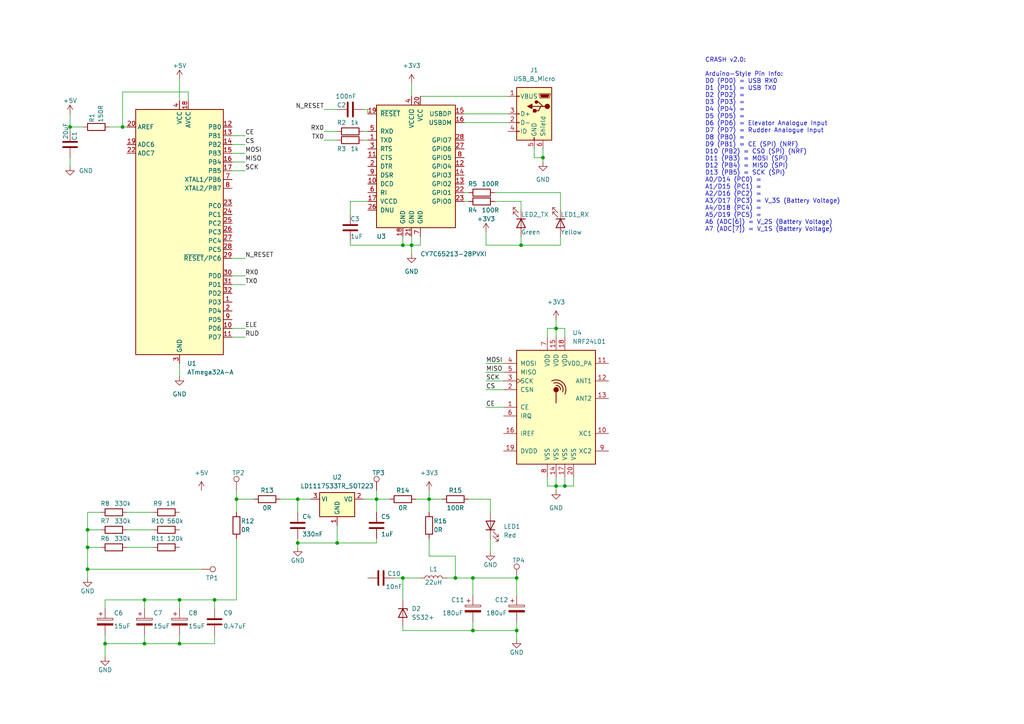
<source format=kicad_sch>
(kicad_sch (version 20230121) (generator eeschema)
  (paper "A4")
  (lib_symbols
    (symbol "Connector:TestPoint" (pin_numbers hide) (pin_names (offset 0.762) hide)
      (property "Reference" "TP" (at 0 6.858 0))
      (property "Value" "TestPoint" (at 0 5.08 0))
      (symbol "TestPoint_0_1"
        (circle (center 0 3.302) (radius 0.762))
      )
      (symbol "TestPoint_1_1"
        (pin passive line (at 0 0 90) (length 2.54) (name "1") (number "1"))
      )
    )
    (symbol "Connector:USB_B_Micro" (pin_names (offset 1.016))
      (property "Reference" "J" (at -5.08 11.43 0))
      (property "Value" "USB_B_Micro" (at -5.08 8.89 0))
      (symbol "USB_B_Micro_0_1"
        (rectangle (start -5.08 -7.62) (end 5.08 7.62) (stroke (width 0.254)) (fill (type background)))
        (circle (center -3.81 2.159) (radius 0.635) (stroke (width 0.254)) (fill (type outline)))
        (circle (center -0.635 3.429) (radius 0.381) (stroke (width 0.254)) (fill (type outline)))
        (rectangle (start -0.127 -7.62) (end 0.127 -6.858))
        (polyline (pts (xy -1.905 2.159) (xy 0.635 2.159)) (stroke (width 0.254)))
        (polyline (pts (xy -3.175 2.159) (xy -2.54 2.159) (xy -1.27 3.429) (xy -0.635 3.429)) (stroke (width 0.254)))
        (polyline (pts (xy -2.54 2.159) (xy -1.905 2.159) (xy -1.27 0.889) (xy 0 0.889)) (stroke (width 0.254)))
        (polyline (pts (xy 0.635 2.794) (xy 0.635 1.524) (xy 1.905 2.159) (xy 0.635 2.794)) (stroke (width 0.254)) (fill (type outline)))
        (polyline (pts (xy -4.318 5.588) (xy -1.778 5.588) (xy -2.032 4.826) (xy -4.064 4.826) (xy -4.318 5.588)) (fill (type outline)))
        (polyline (pts (xy -4.699 5.842) (xy -4.699 5.588) (xy -4.445 4.826) (xy -4.445 4.572) (xy -1.651 4.572) (xy -1.651 4.826) (xy -1.397 5.588) (xy -1.397 5.842) (xy -4.699 5.842)))
        (rectangle (start 0.254 1.27) (end -0.508 0.508) (stroke (width 0.254)) (fill (type outline)))
        (rectangle (start 5.08 -5.207) (end 4.318 -4.953))
        (rectangle (start 5.08 -2.667) (end 4.318 -2.413))
        (rectangle (start 5.08 -0.127) (end 4.318 0.127))
        (rectangle (start 5.08 4.953) (end 4.318 5.207))
      )
      (symbol "USB_B_Micro_1_1"
        (pin power_out line (at 7.62 5.08 180) (length 2.54) (name "VBUS") (number "1"))
        (pin bidirectional line (at 7.62 -2.54 180) (length 2.54) (name "D-") (number "2"))
        (pin bidirectional line (at 7.62 0 180) (length 2.54) (name "D+") (number "3"))
        (pin passive line (at 7.62 -5.08 180) (length 2.54) (name "ID") (number "4"))
        (pin power_out line (at 0 -10.16 90) (length 2.54) (name "GND") (number "5"))
        (pin passive line (at -2.54 -10.16 90) (length 2.54) (name "Shield") (number "6"))
      )
    )
    (symbol "Device:C" (pin_numbers hide) (pin_names (offset 0.254))
      (property "Reference" "C" (at 0.635 2.54 0))
      (property "Value" "C" (at 0.635 -2.54 0))
      (symbol "C_0_1"
        (polyline (pts (xy -2.032 -0.762) (xy 2.032 -0.762)) (stroke (width 0.508)))
        (polyline (pts (xy -2.032 0.762) (xy 2.032 0.762)) (stroke (width 0.508)))
      )
      (symbol "C_1_1"
        (pin passive line (at 0 3.81 270) (length 2.794) (name "~") (number "1"))
        (pin passive line (at 0 -3.81 90) (length 2.794) (name "~") (number "2"))
      )
    )
    (symbol "Device:C_Polarized" (pin_numbers hide) (pin_names (offset 0.254))
      (property "Reference" "C" (at 0.635 2.54 0))
      (property "Value" "C_Polarized" (at 0.635 -2.54 0))
      (symbol "C_Polarized_0_1"
        (rectangle (start -2.286 0.508) (end 2.286 1.016))
        (polyline (pts (xy -1.778 2.286) (xy -0.762 2.286)))
        (polyline (pts (xy -1.27 2.794) (xy -1.27 1.778)))
        (rectangle (start 2.286 -0.508) (end -2.286 -1.016) (fill (type outline)))
      )
      (symbol "C_Polarized_1_1"
        (pin passive line (at 0 3.81 270) (length 2.794) (name "~") (number "1"))
        (pin passive line (at 0 -3.81 90) (length 2.794) (name "~") (number "2"))
      )
    )
    (symbol "Device:D_Zener" (pin_numbers hide) (pin_names (offset 1.016) hide)
      (property "Reference" "D" (at 0 2.54 0))
      (property "Value" "D_Zener" (at 0 -2.54 0))
      (symbol "D_Zener_0_1"
        (polyline (pts (xy 1.27 0) (xy -1.27 0)))
        (polyline (pts (xy -1.27 -1.27) (xy -1.27 1.27) (xy -0.762 1.27)) (stroke (width 0.254)))
        (polyline (pts (xy 1.27 -1.27) (xy 1.27 1.27) (xy -1.27 0) (xy 1.27 -1.27)) (stroke (width 0.254)))
      )
      (symbol "D_Zener_1_1"
        (pin passive line (at -3.81 0 0) (length 2.54) (name "K") (number "1"))
        (pin passive line (at 3.81 0 180) (length 2.54) (name "A") (number "2"))
      )
    )
    (symbol "Device:L" (pin_numbers hide) (pin_names (offset 1.016) hide)
      (property "Reference" "L" (at -1.27 0 90))
      (property "Value" "L" (at 1.905 0 90))
      (symbol "L_0_1"
        (arc (start 0 -2.54) (mid 0.6323 -1.905) (end 0 -1.27))
        (arc (start 0 -1.27) (mid 0.6323 -0.635) (end 0 0))
        (arc (start 0 0) (mid 0.6323 0.635) (end 0 1.27))
        (arc (start 0 1.27) (mid 0.6323 1.905) (end 0 2.54))
      )
      (symbol "L_1_1"
        (pin passive line (at 0 3.81 270) (length 1.27) (name "1") (number "1"))
        (pin passive line (at 0 -3.81 90) (length 1.27) (name "2") (number "2"))
      )
    )
    (symbol "Device:LED" (pin_numbers hide) (pin_names (offset 1.016) hide)
      (property "Reference" "D" (at 0 2.54 0))
      (property "Value" "LED" (at 0 -2.54 0))
      (symbol "LED_0_1"
        (polyline (pts (xy -1.27 -1.27) (xy -1.27 1.27)) (stroke (width 0.254)))
        (polyline (pts (xy -1.27 0) (xy 1.27 0)))
        (polyline (pts (xy 1.27 -1.27) (xy 1.27 1.27) (xy -1.27 0) (xy 1.27 -1.27)) (stroke (width 0.254)))
        (polyline (pts (xy -3.048 -0.762) (xy -4.572 -2.286) (xy -3.81 -2.286) (xy -4.572 -2.286) (xy -4.572 -1.524)))
        (polyline (pts (xy -1.778 -0.762) (xy -3.302 -2.286) (xy -2.54 -2.286) (xy -3.302 -2.286) (xy -3.302 -1.524)))
      )
      (symbol "LED_1_1"
        (pin passive line (at -3.81 0 0) (length 2.54) (name "K") (number "1"))
        (pin passive line (at 3.81 0 180) (length 2.54) (name "A") (number "2"))
      )
    )
    (symbol "Device:R" (pin_numbers hide) (pin_names (offset 0))
      (property "Reference" "R" (at 2.032 0 90))
      (property "Value" "R" (at 0 0 90))
      (symbol "R_0_1"
        (rectangle (start -1.016 -2.54) (end 1.016 2.54) (stroke (width 0.254)))
      )
      (symbol "R_1_1"
        (pin passive line (at 0 3.81 270) (length 1.27) (name "~") (number "1"))
        (pin passive line (at 0 -3.81 90) (length 1.27) (name "~") (number "2"))
      )
    )
    (symbol "Interface_USB:CY7C65213-28PVXI" (pin_names (offset 1.016))
      (property "Reference" "U" (at -8.89 19.05 0))
      (property "Value" "CY7C65213-28PVXI" (at 3.556 19.05 0))
      (symbol "CY7C65213-28PVXI_0_1"
        (rectangle (start -10.16 17.78) (end 12.7 -17.78) (stroke (width 0.254)) (fill (type background)))
      )
      (symbol "CY7C65213-28PVXI_1_1"
        (pin output line (at -12.7 7.62 0) (length 2.54) (name "TXD") (number "1"))
        (pin input line (at -12.7 -5.08 0) (length 2.54) (name "DCD") (number "10"))
        (pin input line (at -12.7 2.54 0) (length 2.54) (name "CTS") (number "11"))
        (pin bidirectional line (at 15.24 0 180) (length 2.54) (name "GPIO4") (number "12"))
        (pin tri_state line (at 15.24 -5.08 180) (length 2.54) (name "GPIO2") (number "13"))
        (pin bidirectional line (at 15.24 -2.54 180) (length 2.54) (name "GPIO3") (number "14"))
        (pin bidirectional line (at 15.24 15.24 180) (length 2.54) (name "USBDP") (number "15"))
        (pin bidirectional line (at 15.24 12.7 180) (length 2.54) (name "USBDM") (number "16"))
        (pin passive line (at -12.7 -10.16 0) (length 2.54) (name "VCCD") (number "17"))
        (pin power_in line (at -2.54 -20.32 90) (length 2.54) (name "GND") (number "18"))
        (pin bidirectional line (at -12.7 15.24 0) (length 2.54) (name "~{RESET}") (number "19"))
        (pin output line (at -12.7 0 0) (length 2.54) (name "DTR") (number "2"))
        (pin power_in line (at 2.54 20.32 270) (length 2.54) (name "VCC") (number "20"))
        (pin power_in line (at 0 -20.32 90) (length 2.54) (name "GND") (number "21"))
        (pin bidirectional line (at 15.24 -7.62 180) (length 2.54) (name "GPIO1") (number "22"))
        (pin bidirectional line (at 15.24 -10.16 180) (length 2.54) (name "GPIO0") (number "23"))
        (pin no_connect line (at 12.7 -15.24 180) (length 2.54) hide (name "NC") (number "24"))
        (pin no_connect line (at 12.7 -12.7 180) (length 2.54) hide (name "NC") (number "25"))
        (pin passive line (at -12.7 -12.7 0) (length 2.54) (name "DNU") (number "26"))
        (pin tri_state line (at 15.24 5.08 180) (length 2.54) (name "GPIO6") (number "27"))
        (pin tri_state line (at 15.24 7.62 180) (length 2.54) (name "GPIO7") (number "28"))
        (pin output line (at -12.7 5.08 0) (length 2.54) (name "RTS") (number "3"))
        (pin power_in line (at 0 20.32 270) (length 2.54) (name "VCCIO") (number "4"))
        (pin input line (at -12.7 10.16 0) (length 2.54) (name "RXD") (number "5"))
        (pin input line (at -12.7 -7.62 0) (length 2.54) (name "RI") (number "6"))
        (pin power_in line (at 2.54 -20.32 90) (length 2.54) (name "GND") (number "7"))
        (pin tri_state line (at 15.24 2.54 180) (length 2.54) (name "GPIO5") (number "8"))
        (pin input line (at -12.7 -2.54 0) (length 2.54) (name "DSR") (number "9"))
      )
    )
    (symbol "MCU_Microchip_ATmega:ATmega328P-A"
      (property "Reference" "U" (at -12.7 36.83 0))
      (property "Value" "ATmega328P-A" (at 2.54 -36.83 0))
      (symbol "ATmega328P-A_0_1"
        (rectangle (start -12.7 -35.56) (end 12.7 35.56) (stroke (width 0.254)) (fill (type background)))
      )
      (symbol "ATmega328P-A_1_1"
        (pin bidirectional line (at 15.24 -20.32 180) (length 2.54) (name "PD3") (number "1"))
        (pin bidirectional line (at 15.24 -27.94 180) (length 2.54) (name "PD6") (number "10"))
        (pin bidirectional line (at 15.24 -30.48 180) (length 2.54) (name "PD7") (number "11"))
        (pin bidirectional line (at 15.24 30.48 180) (length 2.54) (name "PB0") (number "12"))
        (pin bidirectional line (at 15.24 27.94 180) (length 2.54) (name "PB1") (number "13"))
        (pin bidirectional line (at 15.24 25.4 180) (length 2.54) (name "PB2") (number "14"))
        (pin bidirectional line (at 15.24 22.86 180) (length 2.54) (name "PB3") (number "15"))
        (pin bidirectional line (at 15.24 20.32 180) (length 2.54) (name "PB4") (number "16"))
        (pin bidirectional line (at 15.24 17.78 180) (length 2.54) (name "PB5") (number "17"))
        (pin power_in line (at 2.54 38.1 270) (length 2.54) (name "AVCC") (number "18"))
        (pin input line (at -15.24 25.4 0) (length 2.54) (name "ADC6") (number "19"))
        (pin bidirectional line (at 15.24 -22.86 180) (length 2.54) (name "PD4") (number "2"))
        (pin passive line (at -15.24 30.48 0) (length 2.54) (name "AREF") (number "20"))
        (pin passive line (at 0 -38.1 90) (length 2.54) hide (name "GND") (number "21"))
        (pin input line (at -15.24 22.86 0) (length 2.54) (name "ADC7") (number "22"))
        (pin bidirectional line (at 15.24 7.62 180) (length 2.54) (name "PC0") (number "23"))
        (pin bidirectional line (at 15.24 5.08 180) (length 2.54) (name "PC1") (number "24"))
        (pin bidirectional line (at 15.24 2.54 180) (length 2.54) (name "PC2") (number "25"))
        (pin bidirectional line (at 15.24 0 180) (length 2.54) (name "PC3") (number "26"))
        (pin bidirectional line (at 15.24 -2.54 180) (length 2.54) (name "PC4") (number "27"))
        (pin bidirectional line (at 15.24 -5.08 180) (length 2.54) (name "PC5") (number "28"))
        (pin bidirectional line (at 15.24 -7.62 180) (length 2.54) (name "~{RESET}/PC6") (number "29"))
        (pin power_in line (at 0 -38.1 90) (length 2.54) (name "GND") (number "3"))
        (pin bidirectional line (at 15.24 -12.7 180) (length 2.54) (name "PD0") (number "30"))
        (pin bidirectional line (at 15.24 -15.24 180) (length 2.54) (name "PD1") (number "31"))
        (pin bidirectional line (at 15.24 -17.78 180) (length 2.54) (name "PD2") (number "32"))
        (pin power_in line (at 0 38.1 270) (length 2.54) (name "VCC") (number "4"))
        (pin passive line (at 0 -38.1 90) (length 2.54) hide (name "GND") (number "5"))
        (pin passive line (at 0 38.1 270) (length 2.54) hide (name "VCC") (number "6"))
        (pin bidirectional line (at 15.24 15.24 180) (length 2.54) (name "XTAL1/PB6") (number "7"))
        (pin bidirectional line (at 15.24 12.7 180) (length 2.54) (name "XTAL2/PB7") (number "8"))
        (pin bidirectional line (at 15.24 -25.4 180) (length 2.54) (name "PD5") (number "9"))
      )
    )
    (symbol "RF:NRF24L01" (pin_names (offset 1.016))
      (property "Reference" "U" (at -11.43 17.78 0))
      (property "Value" "NRF24L01" (at 5.08 17.78 0))
      (symbol "NRF24L01_0_1"
        (rectangle (start -11.43 16.51) (end 11.43 -16.51) (stroke (width 0.254)) (fill (type background)))
        (polyline (pts (xy 0 4.445) (xy 0 1.27)) (stroke (width 0.254)))
        (circle (center 0 5.08) (radius 0.635) (stroke (width 0.254)) (fill (type outline)))
        (arc (start 1.27 5.08) (mid 0.9071 5.9946) (end 0 6.35) (stroke (width 0.254)))
        (arc (start 1.905 4.445) (mid 1.4313 6.5254) (end -0.635 6.985) (stroke (width 0.254)))
        (arc (start 2.54 3.81) (mid 2.008 7.088) (end -1.27 7.62) (stroke (width 0.254)))
        (rectangle (start 11.43 -13.97) (end 11.43 -13.97))
      )
      (symbol "NRF24L01_1_1"
        (pin input line (at -15.24 0 0) (length 3.81) (name "CE") (number "1"))
        (pin passive line (at 15.24 -7.62 180) (length 3.81) (name "XC1") (number "10"))
        (pin power_out line (at 15.24 12.7 180) (length 3.81) (name "VDD_PA") (number "11"))
        (pin passive line (at 15.24 7.62 180) (length 3.81) (name "ANT1") (number "12"))
        (pin passive line (at 15.24 2.54 180) (length 3.81) (name "ANT2") (number "13"))
        (pin power_in line (at 0 -20.32 90) (length 3.81) (name "VSS") (number "14"))
        (pin power_in line (at 0 20.32 270) (length 3.81) (name "VDD") (number "15"))
        (pin passive line (at -15.24 -7.62 0) (length 3.81) (name "IREF") (number "16"))
        (pin power_in line (at 2.54 -20.32 90) (length 3.81) (name "VSS") (number "17"))
        (pin power_in line (at 2.54 20.32 270) (length 3.81) (name "VDD") (number "18"))
        (pin power_out line (at -15.24 -12.7 0) (length 3.81) (name "DVDD") (number "19"))
        (pin input line (at -15.24 5.08 0) (length 3.81) (name "CSN") (number "2"))
        (pin power_in line (at 5.08 -20.32 90) (length 3.81) (name "VSS") (number "20"))
        (pin input clock (at -15.24 7.62 0) (length 3.81) (name "SCK") (number "3"))
        (pin input line (at -15.24 12.7 0) (length 3.81) (name "MOSI") (number "4"))
        (pin output line (at -15.24 10.16 0) (length 3.81) (name "MISO") (number "5"))
        (pin output line (at -15.24 -2.54 0) (length 3.81) (name "IRQ") (number "6"))
        (pin power_in line (at -2.54 20.32 270) (length 3.81) (name "VDD") (number "7"))
        (pin power_in line (at -2.54 -20.32 90) (length 3.81) (name "VSS") (number "8"))
        (pin passive line (at 15.24 -12.7 180) (length 3.81) (name "XC2") (number "9"))
      )
    )
    (symbol "Regulator_Linear:LD1117S33TR_SOT223"
      (property "Reference" "U" (at -3.81 3.175 0))
      (property "Value" "LD1117S33TR_SOT223" (at 0 3.175 0))
      (symbol "LD1117S33TR_SOT223_0_1"
        (rectangle (start -5.08 -5.08) (end 5.08 1.905) (stroke (width 0.254)) (fill (type background)))
      )
      (symbol "LD1117S33TR_SOT223_1_1"
        (pin power_in line (at 0 -7.62 90) (length 2.54) (name "GND") (number "1"))
        (pin power_out line (at 7.62 0 180) (length 2.54) (name "VO") (number "2"))
        (pin power_in line (at -7.62 0 0) (length 2.54) (name "VI") (number "3"))
      )
    )
    (symbol "power:+3V3" (power) (pin_names (offset 0))
      (property "Value" "+3V3" (at 0 3.556 0))
      (symbol "+3V3_0_1"
        (polyline (pts (xy -0.762 1.27) (xy 0 2.54)))
        (polyline (pts (xy 0 0) (xy 0 2.54)))
        (polyline (pts (xy 0 2.54) (xy 0.762 1.27)))
      )
      (symbol "+3V3_1_1"
        (pin power_in line (at 0 0 90) (length 0) hide (name "+3V3") (number "1"))
      )
    )
    (symbol "power:+5V" (power) (pin_names (offset 0))
      (property "Value" "+5V" (at 0 3.556 0))
      (symbol "+5V_0_1"
        (polyline (pts (xy -0.762 1.27) (xy 0 2.54)))
        (polyline (pts (xy 0 0) (xy 0 2.54)))
        (polyline (pts (xy 0 2.54) (xy 0.762 1.27)))
      )
      (symbol "+5V_1_1"
        (pin power_in line (at 0 0 90) (length 0) hide (name "+5V") (number "1"))
      )
    )
    (symbol "power:GND" (power) (pin_names (offset 0))
      (property "Value" "GND" (at 0 -3.81 0))
      (symbol "GND_0_1"
        (polyline (pts (xy 0 0) (xy 0 -1.27) (xy 1.27 -1.27) (xy 0 -2.54) (xy -1.27 -1.27) (xy 0 -1.27)))
      )
      (symbol "GND_1_1"
        (pin power_in line (at 0 0 270) (length 0) hide (name "GND") (number "1"))
      )
    )
  )
  (junction (at 124.46 144.78))
  (junction (at 41.91 173.99))
  (junction (at 132.08 167.64))
  (junction (at 149.86 167.64))
  (junction (at 30.48 186.69))
  (junction (at 149.86 182.88))
  (junction (at 161.29 140.97))
  (junction (at 20.32 36.83))
  (junction (at 52.07 186.69))
  (junction (at 25.4 165.1))
  (junction (at 52.07 173.99))
  (junction (at 163.83 140.97))
  (junction (at 62.23 173.99))
  (junction (at 86.36 144.78))
  (junction (at 151.13 71.12))
  (junction (at 161.29 95.25))
  (junction (at 86.36 157.48))
  (junction (at 137.16 182.88))
  (junction (at 157.48 45.72))
  (junction (at 97.79 157.48))
  (junction (at 25.4 158.75))
  (junction (at 68.58 144.78))
  (junction (at 116.84 167.64))
  (junction (at 116.84 71.12))
  (junction (at 35.56 36.83))
  (junction (at 137.16 167.64))
  (junction (at 109.22 144.78))
  (junction (at 41.91 186.69))
  (junction (at 119.38 71.12))
  (junction (at 25.4 153.67))
  (wire (pts (xy 25.4 158.75) (xy 25.4 153.67)))
  (wire (pts (xy 25.4 148.59) (xy 29.21 148.59)))
  (wire (pts (xy 140.97 110.49) (xy 146.05 110.49)))
  (wire (pts (xy 20.32 33.02) (xy 20.32 36.83)))
  (wire (pts (xy 116.84 71.12) (xy 116.84 68.58)))
  (wire (pts (xy 119.38 68.58) (xy 119.38 71.12)))
  (wire (pts (xy 30.48 184.15) (xy 30.48 186.69)))
  (wire (pts (xy 25.4 165.1) (xy 58.42 165.1)))
  (wire (pts (xy 161.29 140.97) (xy 161.29 142.24)))
  (wire (pts (xy 140.97 107.95) (xy 146.05 107.95)))
  (wire (pts (xy 93.98 40.64) (xy 97.79 40.64)))
  (wire (pts (xy 105.41 144.78) (xy 109.22 144.78)))
  (wire (pts (xy 68.58 144.78) (xy 68.58 148.59)))
  (wire (pts (xy 41.91 173.99) (xy 52.07 173.99)))
  (wire (pts (xy 143.51 55.88) (xy 162.56 55.88)))
  (wire (pts (xy 52.07 173.99) (xy 62.23 173.99)))
  (wire (pts (xy 54.61 29.21) (xy 54.61 26.67)))
  (wire (pts (xy 67.31 95.25) (xy 71.12 95.25)))
  (wire (pts (xy 149.86 180.34) (xy 149.86 182.88)))
  (wire (pts (xy 124.46 161.29) (xy 124.46 156.21)))
  (wire (pts (xy 149.86 182.88) (xy 149.86 185.42)))
  (wire (pts (xy 97.79 157.48) (xy 109.22 157.48)))
  (wire (pts (xy 137.16 182.88) (xy 116.84 182.88)))
  (wire (pts (xy 134.62 33.02) (xy 147.32 33.02)))
  (wire (pts (xy 149.86 167.64) (xy 149.86 172.72)))
  (wire (pts (xy 67.31 41.91) (xy 71.12 41.91)))
  (wire (pts (xy 161.29 92.71) (xy 161.29 95.25)))
  (wire (pts (xy 163.83 97.79) (xy 163.83 95.25)))
  (wire (pts (xy 116.84 71.12) (xy 101.6 71.12)))
  (wire (pts (xy 67.31 74.93) (xy 71.12 74.93)))
  (wire (pts (xy 68.58 142.24) (xy 68.58 144.78)))
  (wire (pts (xy 109.22 144.78) (xy 109.22 148.59)))
  (wire (pts (xy 86.36 144.78) (xy 86.36 148.59)))
  (wire (pts (xy 119.38 71.12) (xy 121.92 71.12)))
  (wire (pts (xy 149.86 182.88) (xy 137.16 182.88)))
  (wire (pts (xy 134.62 55.88) (xy 135.89 55.88)))
  (wire (pts (xy 35.56 26.67) (xy 35.56 36.83)))
  (wire (pts (xy 137.16 167.64) (xy 149.86 167.64)))
  (wire (pts (xy 67.31 97.79) (xy 71.12 97.79)))
  (wire (pts (xy 41.91 173.99) (xy 41.91 176.53)))
  (wire (pts (xy 52.07 22.86) (xy 52.07 29.21)))
  (wire (pts (xy 101.6 71.12) (xy 101.6 69.85)))
  (wire (pts (xy 20.32 45.72) (xy 20.32 48.26)))
  (wire (pts (xy 132.08 167.64) (xy 137.16 167.64)))
  (wire (pts (xy 142.24 144.78) (xy 142.24 148.59)))
  (wire (pts (xy 158.75 97.79) (xy 158.75 95.25)))
  (wire (pts (xy 86.36 156.21) (xy 86.36 157.48)))
  (wire (pts (xy 62.23 186.69) (xy 62.23 184.15)))
  (wire (pts (xy 151.13 58.42) (xy 151.13 60.96)))
  (wire (pts (xy 97.79 157.48) (xy 97.79 152.4)))
  (wire (pts (xy 36.83 148.59) (xy 44.45 148.59)))
  (wire (pts (xy 129.54 167.64) (xy 132.08 167.64)))
  (wire (pts (xy 140.97 105.41) (xy 146.05 105.41)))
  (wire (pts (xy 116.84 182.88) (xy 116.84 181.61)))
  (wire (pts (xy 93.98 38.1) (xy 97.79 38.1)))
  (wire (pts (xy 30.48 186.69) (xy 41.91 186.69)))
  (wire (pts (xy 135.89 144.78) (xy 142.24 144.78)))
  (wire (pts (xy 41.91 186.69) (xy 52.07 186.69)))
  (wire (pts (xy 86.36 144.78) (xy 90.17 144.78)))
  (wire (pts (xy 52.07 173.99) (xy 52.07 176.53)))
  (wire (pts (xy 93.98 31.75) (xy 97.79 31.75)))
  (wire (pts (xy 119.38 24.13) (xy 119.38 27.94)))
  (wire (pts (xy 140.97 71.12) (xy 151.13 71.12)))
  (wire (pts (xy 25.4 167.64) (xy 25.4 165.1)))
  (wire (pts (xy 137.16 180.34) (xy 137.16 182.88)))
  (wire (pts (xy 106.68 58.42) (xy 101.6 58.42)))
  (wire (pts (xy 20.32 36.83) (xy 20.32 38.1)))
  (wire (pts (xy 157.48 43.18) (xy 157.48 45.72)))
  (wire (pts (xy 101.6 58.42) (xy 101.6 62.23)))
  (wire (pts (xy 162.56 55.88) (xy 162.56 60.96)))
  (wire (pts (xy 137.16 172.72) (xy 137.16 167.64)))
  (wire (pts (xy 62.23 173.99) (xy 68.58 173.99)))
  (wire (pts (xy 124.46 144.78) (xy 124.46 142.24)))
  (wire (pts (xy 52.07 186.69) (xy 62.23 186.69)))
  (wire (pts (xy 25.4 153.67) (xy 25.4 148.59)))
  (wire (pts (xy 109.22 144.78) (xy 113.03 144.78)))
  (wire (pts (xy 161.29 95.25) (xy 161.29 97.79)))
  (wire (pts (xy 132.08 161.29) (xy 132.08 167.64)))
  (wire (pts (xy 161.29 95.25) (xy 163.83 95.25)))
  (wire (pts (xy 120.65 144.78) (xy 124.46 144.78)))
  (wire (pts (xy 31.75 36.83) (xy 35.56 36.83)))
  (wire (pts (xy 158.75 95.25) (xy 161.29 95.25)))
  (wire (pts (xy 154.94 45.72) (xy 157.48 45.72)))
  (wire (pts (xy 109.22 157.48) (xy 109.22 156.21)))
  (wire (pts (xy 116.84 167.64) (xy 121.92 167.64)))
  (wire (pts (xy 158.75 140.97) (xy 161.29 140.97)))
  (wire (pts (xy 161.29 138.43) (xy 161.29 140.97)))
  (wire (pts (xy 67.31 39.37) (xy 71.12 39.37)))
  (wire (pts (xy 143.51 58.42) (xy 151.13 58.42)))
  (wire (pts (xy 67.31 46.99) (xy 71.12 46.99)))
  (wire (pts (xy 67.31 44.45) (xy 71.12 44.45)))
  (wire (pts (xy 30.48 176.53) (xy 30.48 173.99)))
  (wire (pts (xy 81.28 144.78) (xy 86.36 144.78)))
  (wire (pts (xy 86.36 157.48) (xy 86.36 158.75)))
  (wire (pts (xy 25.4 158.75) (xy 29.21 158.75)))
  (wire (pts (xy 121.92 27.94) (xy 147.32 27.94)))
  (wire (pts (xy 132.08 161.29) (xy 124.46 161.29)))
  (wire (pts (xy 109.22 142.24) (xy 109.22 144.78)))
  (wire (pts (xy 52.07 184.15) (xy 52.07 186.69)))
  (wire (pts (xy 121.92 68.58) (xy 121.92 71.12)))
  (wire (pts (xy 68.58 156.21) (xy 68.58 173.99)))
  (wire (pts (xy 124.46 144.78) (xy 124.46 148.59)))
  (wire (pts (xy 157.48 45.72) (xy 157.48 46.99)))
  (wire (pts (xy 116.84 173.99) (xy 116.84 167.64)))
  (wire (pts (xy 140.97 118.11) (xy 146.05 118.11)))
  (wire (pts (xy 62.23 173.99) (xy 62.23 176.53)))
  (wire (pts (xy 151.13 71.12) (xy 162.56 71.12)))
  (wire (pts (xy 52.07 105.41) (xy 52.07 109.22)))
  (wire (pts (xy 36.83 153.67) (xy 44.45 153.67)))
  (wire (pts (xy 163.83 138.43) (xy 163.83 140.97)))
  (wire (pts (xy 142.24 156.21) (xy 142.24 160.02)))
  (wire (pts (xy 162.56 68.58) (xy 162.56 71.12)))
  (wire (pts (xy 67.31 80.01) (xy 71.12 80.01)))
  (wire (pts (xy 134.62 58.42) (xy 135.89 58.42)))
  (wire (pts (xy 124.46 144.78) (xy 128.27 144.78)))
  (wire (pts (xy 134.62 35.56) (xy 147.32 35.56)))
  (wire (pts (xy 105.41 38.1) (xy 106.68 38.1)))
  (wire (pts (xy 30.48 173.99) (xy 41.91 173.99)))
  (wire (pts (xy 36.83 158.75) (xy 44.45 158.75)))
  (wire (pts (xy 68.58 144.78) (xy 73.66 144.78)))
  (wire (pts (xy 119.38 71.12) (xy 119.38 73.66)))
  (wire (pts (xy 30.48 186.69) (xy 30.48 190.5)))
  (wire (pts (xy 161.29 140.97) (xy 163.83 140.97)))
  (wire (pts (xy 163.83 140.97) (xy 166.37 140.97)))
  (wire (pts (xy 35.56 36.83) (xy 36.83 36.83)))
  (wire (pts (xy 106.68 31.75) (xy 105.41 31.75)))
  (wire (pts (xy 41.91 184.15) (xy 41.91 186.69)))
  (wire (pts (xy 140.97 113.03) (xy 146.05 113.03)))
  (wire (pts (xy 24.13 36.83) (xy 20.32 36.83)))
  (wire (pts (xy 166.37 138.43) (xy 166.37 140.97)))
  (wire (pts (xy 106.68 33.02) (xy 106.68 31.75)))
  (wire (pts (xy 105.41 40.64) (xy 106.68 40.64)))
  (wire (pts (xy 54.61 26.67) (xy 35.56 26.67)))
  (wire (pts (xy 140.97 67.31) (xy 140.97 71.12)))
  (wire (pts (xy 119.38 71.12) (xy 116.84 71.12)))
  (wire (pts (xy 114.3 167.64) (xy 116.84 167.64)))
  (wire (pts (xy 154.94 43.18) (xy 154.94 45.72)))
  (wire (pts (xy 86.36 157.48) (xy 97.79 157.48)))
  (wire (pts (xy 25.4 165.1) (xy 25.4 158.75)))
  (wire (pts (xy 67.31 49.53) (xy 71.12 49.53)))
  (wire (pts (xy 158.75 138.43) (xy 158.75 140.97)))
  (wire (pts (xy 151.13 68.58) (xy 151.13 71.12)))
  (wire (pts (xy 25.4 153.67) (xy 29.21 153.67)))
  (wire (pts (xy 67.31 82.55) (xy 71.12 82.55)))
  (text "CRASH v2.0:\n\nArduino-Style Pin Info:\nD0 (PD0) = USB RX0\nD1 (PD1) = USB TX0\nD2 (PD2) =\nD3 (PD3) =\nD4 (PD4) =\nD5 (PD5) =\nD6 (PD6) = Elevator Analogue Input\nD7 (PD7) = Rudder Analogue Input\nD8 (PB0) =\nD9 (PB1) = CE (SPI) (NRF)\nD10 (PB2) = CS0 (SPI) (NRF)\nD11 (PB3) = MOSI (SPI)\nD12 (PB4) = MISO (SPI)\nD13 (PB5) = SCK (SPI)\nA0/D14 (PC0) =\nA1/D15 (PC1) =\nA2/D16 (PC2) =\nA3/D17 (PC3) = V_3S (Battery Voltage)\nA4/D18 (PC4) =\nA5/D19 (PC5) =\nA6 (ADC[6]) = V_2S (Battery Voltage)\nA7 (ADC[7]) = V_1S (Battery Voltage)" (at 204.47 67.31 0) (effects (font (size 1.27 1.27)) (justify left bottom)))
  (label "CE" (at 140.97 118.11 0))
  (label "RUD" (at 71.12 97.79 0))
  (label "CS" (at 140.97 113.03 0))
  (label "N_RESET" (at 71.12 74.93 0))
  (label "RX0" (at 93.98 38.1 180))
  (label "MISO" (at 140.97 107.95 0))
  (label "TX0" (at 71.12 82.55 0))
  (label "MOSI" (at 140.97 105.41 0))
  (label "CE" (at 71.12 39.37 0))
  (label "ELE" (at 71.12 95.25 0))
  (label "CS" (at 71.12 41.91 0))
  (label "MOSI" (at 71.12 44.45 0))
  (label "TX0" (at 93.98 40.64 180))
  (label "MISO" (at 71.12 46.99 0))
  (label "SCK" (at 140.97 110.49 0))
  (label "RX0" (at 71.12 80.01 0))
  (label "N_RESET" (at 93.98 31.75 180))
  (label "SCK" (at 71.12 49.53 0))
  (symbol (lib_id "Connector:USB_B_Micro") (at 154.94 33.02 0) (mirror y) (unit 1)
    (property "Reference" "J1" (at 154.94 20.32 0))
    (property "Value" "USB_B_Micro" (at 154.94 22.86 0))
  )
  (symbol (lib_id "power:GND") (at 149.86 185.42 0) (unit 1)
    (property "Reference" "#PWR016" (effects hide))
    (property "Value" "GND" (at 149.86 189.23 0))
  )
  (symbol (lib_id "Device:R") (at 77.47 144.78 90) (unit 1)
    (property "Reference" "R13" (at 77.47 142.24 90))
    (property "Value" "0R" (at 77.47 147.32 90))
  )
  (symbol (lib_id "Device:R") (at 132.08 144.78 90) (unit 1)
    (property "Reference" "R15" (at 132.08 142.24 90))
    (property "Value" "100R" (at 132.08 147.32 90))
  )
  (symbol (lib_id "Connector:TestPoint") (at 149.86 167.64 0) (unit 1)
    (property "Reference" "TP4" (at 148.59 162.56 0) (effects (justify left)))
    (property "Value" "TestPoint" (effects hide))
  )
  (symbol (lib_id "power:+3V3") (at 161.29 92.71 0) (unit 1)
    (property "Reference" "#PWR08" (effects hide))
    (property "Value" "+3V3" (at 161.29 87.63 0))
  )
  (symbol (lib_id "Device:R") (at 48.26 153.67 90) (unit 1)
    (property "Reference" "R10" (at 45.72 151.13 90))
    (property "Value" "560k" (at 50.8 151.13 90))
  )
  (symbol (lib_id "Device:R") (at 48.26 148.59 90) (unit 1)
    (property "Reference" "R9" (at 45.72 146.05 90))
    (property "Value" "1M" (at 49.53 146.05 90))
  )
  (symbol (lib_id "Device:LED") (at 162.56 64.77 270) (unit 1)
    (property "Reference" "LED1_RX" (at 162.56 62.23 90) (effects (justify left)))
    (property "Value" "Yellow" (at 162.56 67.31 90) (effects (justify left)))
  )
  (symbol (lib_id "Device:R") (at 33.02 158.75 270) (unit 1)
    (property "Reference" "R6" (at 30.48 156.21 90))
    (property "Value" "330k" (at 35.56 156.21 90))
  )
  (symbol (lib_id "Device:L") (at 125.73 167.64 90) (unit 1)
    (property "Reference" "L1" (at 125.73 165.1 90))
    (property "Value" "22uH" (at 125.73 168.91 90))
  )
  (symbol (lib_id "Device:C") (at 62.23 180.34 0) (unit 1)
    (property "Reference" "C9" (at 64.77 177.8 0) (effects (justify left)))
    (property "Value" "0.47uF" (at 64.77 181.61 0) (effects (justify left)))
  )
  (symbol (lib_id "Device:R") (at 101.6 40.64 90) (unit 1)
    (property "Reference" "R3" (at 99.06 43.18 90))
    (property "Value" "1k" (at 102.87 43.18 90))
  )
  (symbol (lib_id "Device:R") (at 33.02 148.59 90) (unit 1)
    (property "Reference" "R8" (at 30.48 146.05 90))
    (property "Value" "330k" (at 35.56 146.05 90))
  )
  (symbol (lib_id "Device:R") (at 124.46 152.4 0) (unit 1)
    (property "Reference" "R16" (at 125.73 151.13 0) (effects (justify left)))
    (property "Value" "0R" (at 125.73 153.67 0) (effects (justify left)))
  )
  (symbol (lib_id "Device:C") (at 20.32 41.91 180) (unit 1)
    (property "Reference" "C1" (at 21.59 38.1 90) (effects (justify left)))
    (property "Value" "20uF" (at 19.05 35.56 90) (effects (justify left)))
  )
  (symbol (lib_id "power:GND") (at 119.38 73.66 0) (unit 1)
    (property "Reference" "#PWR04" (effects hide))
    (property "Value" "GND" (at 119.38 78.74 0))
  )
  (symbol (lib_id "Device:C_Polarized") (at 41.91 180.34 0) (unit 1)
    (property "Reference" "C7" (at 44.45 177.8 0) (effects (justify left)))
    (property "Value" "15uF" (at 44.45 181.61 0) (effects (justify left)))
  )
  (symbol (lib_id "Device:C_Polarized") (at 52.07 180.34 0) (unit 1)
    (property "Reference" "C8" (at 54.61 177.8 0) (effects (justify left)))
    (property "Value" "15uF" (at 54.61 181.61 0) (effects (justify left)))
  )
  (symbol (lib_id "power:GND") (at 161.29 142.24 0) (unit 1)
    (property "Reference" "#PWR09" (effects hide))
    (property "Value" "GND" (at 161.29 147.32 0))
  )
  (symbol (lib_id "Device:R") (at 101.6 38.1 90) (unit 1)
    (property "Reference" "R2" (at 99.06 35.56 90))
    (property "Value" "1k" (at 102.87 35.56 90))
  )
  (symbol (lib_id "Connector:TestPoint") (at 58.42 165.1 270) (unit 1)
    (property "Reference" "TP1" (at 59.69 167.64 90) (effects (justify left)))
    (property "Value" "TestPoint" (effects hide))
  )
  (symbol (lib_id "power:+3V3") (at 119.38 24.13 0) (unit 1)
    (property "Reference" "#PWR05" (effects hide))
    (property "Value" "+3V3" (at 119.38 19.05 0))
  )
  (symbol (lib_id "power:+3V3") (at 124.46 142.24 0) (unit 1)
    (property "Reference" "#PWR013" (effects hide))
    (property "Value" "+3V3" (at 124.46 137.16 0))
  )
  (symbol (lib_id "Interface_USB:CY7C65213-28PVXI") (at 119.38 48.26 0) (unit 1)
    (property "Reference" "U3" (at 109.22 68.58 0) (effects (justify left)))
    (property "Value" "CY7C65213-28PVXI" (at 121.92 73.66 0) (effects (justify left)))
    (property "Footprint" "Package_SO:SSOP-28_5.3x10.2mm_P0.65mm" (effects hide))
    (property "Datasheet" "http://www.cypress.com/file/139881/download" (effects hide))
  )
  (symbol (lib_id "power:+5V") (at 58.42 142.24 0) (unit 1)
    (property "Reference" "#PWR011" (effects hide))
    (property "Value" "+5V" (at 58.42 137.16 0))
  )
  (symbol (lib_id "Device:C") (at 110.49 167.64 90) (unit 1)
    (property "Reference" "C10" (at 114.3 166.37 90))
    (property "Value" "10nF" (at 114.3 170.18 90))
  )
  (symbol (lib_id "Device:C") (at 101.6 66.04 0) (unit 1)
    (property "Reference" "C3" (at 101.6 63.5 0) (effects (justify left)))
    (property "Value" "1uF" (at 101.6 68.58 0) (effects (justify left)))
  )
  (symbol (lib_id "power:+3V3") (at 140.97 67.31 0) (unit 1)
    (property "Reference" "#PWR07" (effects hide))
    (property "Value" "+3V3" (at 140.97 63.5 0))
  )
  (symbol (lib_id "Device:LED") (at 142.24 152.4 90) (unit 1)
    (property "Reference" "LED1" (at 146.05 152.7175 90) (effects (justify right)))
    (property "Value" "Red" (at 146.05 155.2575 90) (effects (justify right)))
  )
  (symbol (lib_id "Device:R") (at 27.94 36.83 90) (unit 1)
    (property "Reference" "R1" (at 26.67 35.56 0) (effects (justify left)))
    (property "Value" "150R" (at 29.21 35.56 0) (effects (justify left)))
  )
  (symbol (lib_id "Device:R") (at 48.26 158.75 90) (unit 1)
    (property "Reference" "R11" (at 45.72 156.21 90))
    (property "Value" "120k" (at 50.8 156.21 90))
  )
  (symbol (lib_id "Device:LED") (at 151.13 64.77 270) (unit 1)
    (property "Reference" "LED2_TX" (at 151.13 62.23 90) (effects (justify left)))
    (property "Value" "Green" (at 151.13 67.31 90) (effects (justify left)))
  )
  (symbol (lib_id "MCU_Microchip_ATmega:ATmega328P-A") (at 52.07 67.31 0) (unit 1)
    (property "Reference" "U1" (at 54.2641 105.41 0) (effects (justify left)))
    (property "Value" "ATmega32A-A" (at 54.2641 107.95 0) (effects (justify left)))
    (property "Footprint" "Package_QFP:TQFP-32_7x7mm_P0.8mm" (effects hide))
    (property "Datasheet" "http://ww1.microchip.com/downloads/en/DeviceDoc/ATmega328_P%20AVR%20MCU%20with%20picoPower%20Technology%20Data%20Sheet%2040001984A.pdf" (effects hide))
  )
  (symbol (lib_id "Device:R") (at 33.02 153.67 90) (unit 1)
    (property "Reference" "R7" (at 30.48 151.13 90))
    (property "Value" "330k" (at 35.56 151.13 90))
  )
  (symbol (lib_id "Device:R") (at 116.84 144.78 90) (unit 1)
    (property "Reference" "R14" (at 116.84 142.24 90))
    (property "Value" "0R" (at 116.84 147.32 90))
  )
  (symbol (lib_id "power:GND") (at 157.48 46.99 0) (unit 1)
    (property "Reference" "#PWR06" (effects hide))
    (property "Value" "GND" (at 157.48 52.07 0))
  )
  (symbol (lib_id "power:GND") (at 142.24 160.02 0) (unit 1)
    (property "Reference" "#PWR014" (effects hide))
    (property "Value" "GND" (at 142.24 163.83 0))
  )
  (symbol (lib_id "Regulator_Linear:LD1117S33TR_SOT223") (at 97.79 144.78 0) (unit 1)
    (property "Reference" "U2" (at 97.79 138.43 0))
    (property "Value" "LD1117S33TR_SOT223" (at 97.79 140.97 0))
    (property "Footprint" "Package_TO_SOT_SMD:SOT-223-3_TabPin2" (effects hide))
    (property "Datasheet" "http://www.st.com/st-web-ui/static/active/en/resource/technical/document/datasheet/CD00000544.pdf" (effects hide))
  )
  (symbol (lib_id "Device:C") (at 109.22 152.4 0) (unit 1)
    (property "Reference" "C5" (at 110.49 149.86 0) (effects (justify left)))
    (property "Value" "1uF" (at 110.49 154.94 0) (effects (justify left)))
  )
  (symbol (lib_id "RF:NRF24L01") (at 161.29 118.11 0) (unit 1)
    (property "Reference" "U4" (at 166.0241 96.52 0) (effects (justify left)))
    (property "Value" "NRF24L01" (at 166.0241 99.06 0) (effects (justify left)))
    (property "Footprint" "Package_DFN_QFN:QFN-20-1EP_4x4mm_P0.5mm_EP2.5x2.5mm" (effects hide))
    (property "Datasheet" "http://www.nordicsemi.com/eng/content/download/2730/34105/file/nRF24L01_Product_Specification_v2_0.pdf" (effects hide))
  )
  (symbol (lib_id "power:+5V") (at 20.32 33.02 0) (unit 1)
    (property "Reference" "#PWR017" (effects hide))
    (property "Value" "+5V" (at 20.32 29.21 0))
  )
  (symbol (lib_id "power:GND") (at 52.07 109.22 0) (unit 1)
    (property "Reference" "#PWR02" (effects hide))
    (property "Value" "GND" (at 52.07 114.3 0))
  )
  (symbol (lib_id "Connector:TestPoint") (at 109.22 142.24 0) (unit 1)
    (property "Reference" "TP3" (at 107.95 137.16 0) (effects (justify left)))
    (property "Value" "TestPoint" (effects hide))
  )
  (symbol (lib_id "Device:R") (at 68.58 152.4 0) (unit 1)
    (property "Reference" "R12" (at 69.85 151.13 0) (effects (justify left)))
    (property "Value" "0R" (at 69.85 153.67 0) (effects (justify left)))
  )
  (symbol (lib_id "Device:R") (at 139.7 55.88 270) (unit 1)
    (property "Reference" "R5" (at 138.43 53.34 90) (effects (justify right)))
    (property "Value" "100R" (at 144.78 53.34 90) (effects (justify right)))
  )
  (symbol (lib_id "Connector:TestPoint") (at 68.58 142.24 0) (unit 1)
    (property "Reference" "TP2" (at 67.31 137.16 0) (effects (justify left)))
    (property "Value" "TestPoint" (effects hide))
  )
  (symbol (lib_id "Device:C") (at 101.6 31.75 90) (unit 1)
    (property "Reference" "C2" (at 99.06 30.48 90))
    (property "Value" "100nF" (at 100.33 27.94 90))
  )
  (symbol (lib_id "Device:C_Polarized") (at 137.16 176.53 0) (unit 1)
    (property "Reference" "C11" (at 130.81 173.99 0) (effects (justify left)))
    (property "Value" "180uF" (at 128.27 177.8 0) (effects (justify left)))
  )
  (symbol (lib_id "power:GND") (at 30.48 190.5 0) (unit 1)
    (property "Reference" "#PWR015" (effects hide))
    (property "Value" "GND" (at 30.48 194.31 0))
  )
  (symbol (lib_id "power:GND") (at 86.36 158.75 0) (unit 1)
    (property "Reference" "#PWR012" (effects hide))
    (property "Value" "GND" (at 86.36 162.56 0))
  )
  (symbol (lib_id "Device:C_Polarized") (at 149.86 176.53 0) (unit 1)
    (property "Reference" "C12" (at 143.51 173.99 0) (effects (justify left)))
    (property "Value" "180uF" (at 140.97 177.8 0) (effects (justify left)))
  )
  (symbol (lib_id "power:GND") (at 25.4 167.64 0) (unit 1)
    (property "Reference" "#PWR010" (effects hide))
    (property "Value" "GND" (at 25.4 171.45 0))
  )
  (symbol (lib_id "Device:C_Polarized") (at 30.48 180.34 0) (unit 1)
    (property "Reference" "C6" (at 33.02 177.8 0) (effects (justify left)))
    (property "Value" "15uF" (at 33.02 181.61 0) (effects (justify left)))
  )
  (symbol (lib_id "Device:C") (at 86.36 152.4 0) (unit 1)
    (property "Reference" "C4" (at 87.63 149.86 0) (effects (justify left)))
    (property "Value" "330nF" (at 87.63 154.94 0) (effects (justify left)))
  )
  (symbol (lib_id "Device:R") (at 139.7 58.42 270) (unit 1)
    (property "Reference" "R4" (at 138.43 60.96 90) (effects (justify right)))
    (property "Value" "100R" (at 144.78 60.96 90) (effects (justify right)))
  )
  (symbol (lib_id "power:+5V") (at 52.07 22.86 0) (unit 1)
    (property "Reference" "#PWR01" (effects hide))
    (property "Value" "+5V" (at 52.07 19.05 0))
  )
  (symbol (lib_id "Device:D_Zener") (at 116.84 177.8 270) (unit 1)
    (property "Reference" "D2" (at 119.38 176.53 90) (effects (justify left)))
    (property "Value" "SS32+" (at 119.38 179.07 90) (effects (justify left)))
  )
  (symbol (lib_id "power:GND") (at 20.32 48.26 0) (unit 1)
    (property "Reference" "#PWR03" (effects hide))
    (property "Value" "GND" (at 22.86 49.53 0) (effects (justify left)))
  )
)
</source>
